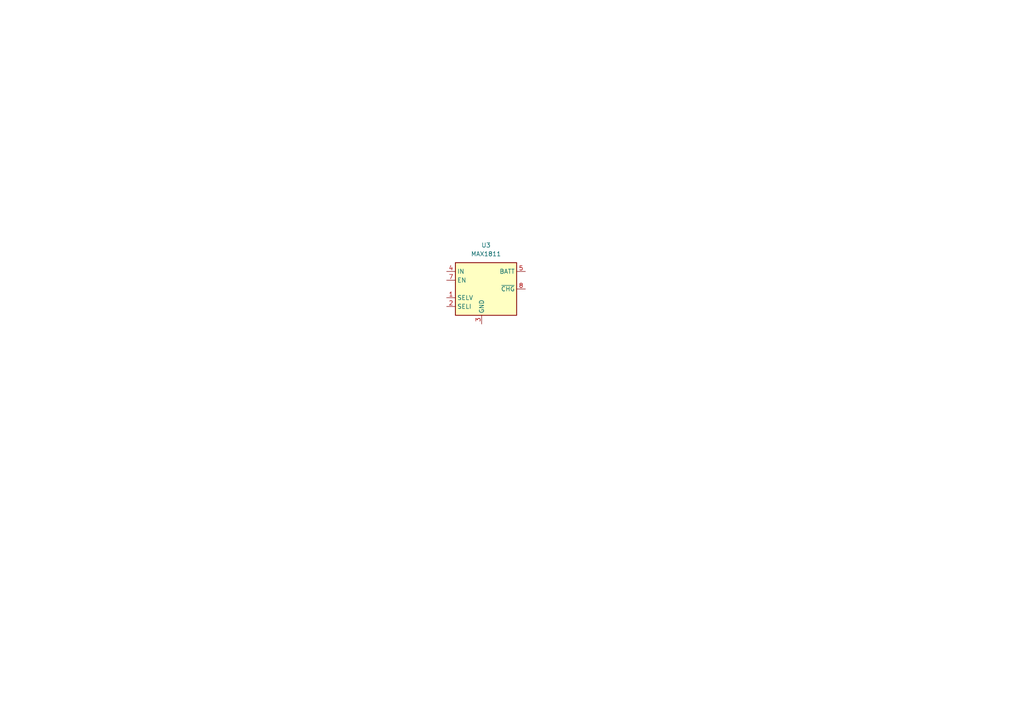
<source format=kicad_sch>
(kicad_sch (version 20231120) (generator "eeschema") (generator_version "8.0")
  (paper "A4")
  (lib_symbols
    (symbol "Battery_Management:MAX1811"
      (property "Reference" "U" (at -7.62 8.89 0))
      (property "Value" "MAX1811" (at 10.16 8.89 0))
      (symbol "MAX1811_0_1"
        (rectangle (start -7.62 7.62) (end 10.16 -7.62) (stroke (width 0.254)) (fill (type background)))
      )
      (symbol "MAX1811_1_1"
        (pin input line (at -10.16 -2.54 0) (length 2.54) (name "SELV") (number "1"))
        (pin input line (at -10.16 -5.08 0) (length 2.54) (name "SELI") (number "2"))
        (pin power_in line (at 0 -10.16 90) (length 2.54) (name "GND") (number "3"))
        (pin power_in line (at -10.16 5.08 0) (length 2.54) (name "IN") (number "4"))
        (pin power_out line (at 12.7 5.08 180) (length 2.54) (name "BATT") (number "5"))
        (pin passive line (at 0 -10.16 90) (length 2.54) hide (name "GND") (number "6"))
        (pin input line (at -10.16 2.54 0) (length 2.54) (name "EN") (number "7"))
        (pin open_collector line (at 12.7 0 180) (length 2.54) (name "~{CHG}") (number "8"))
      )
    )
  )
  (symbol (lib_id "Battery_Management:MAX1811") (at 139.7 83.82 0) (unit 1)
    (property "Reference" "U3" (at 140.97 71.12 0))
    (property "Value" "MAX1811" (at 140.97 73.66 0))
    (property "Footprint" "Package_SO:SOIC-8_3.9x4.9mm_P1.27mm" (effects (hide yes)))
    (property "Datasheet" "https://datasheets.maximintegrated.com/en/ds/MAX1811.pdf" (effects (hide yes)))
    (property "Description" "USB Powered Li+ Charger, 4.1V/4.2V battery, 5V input, 0.1/0.5A charging current" (effects (hide yes)))
  )
)
</source>
